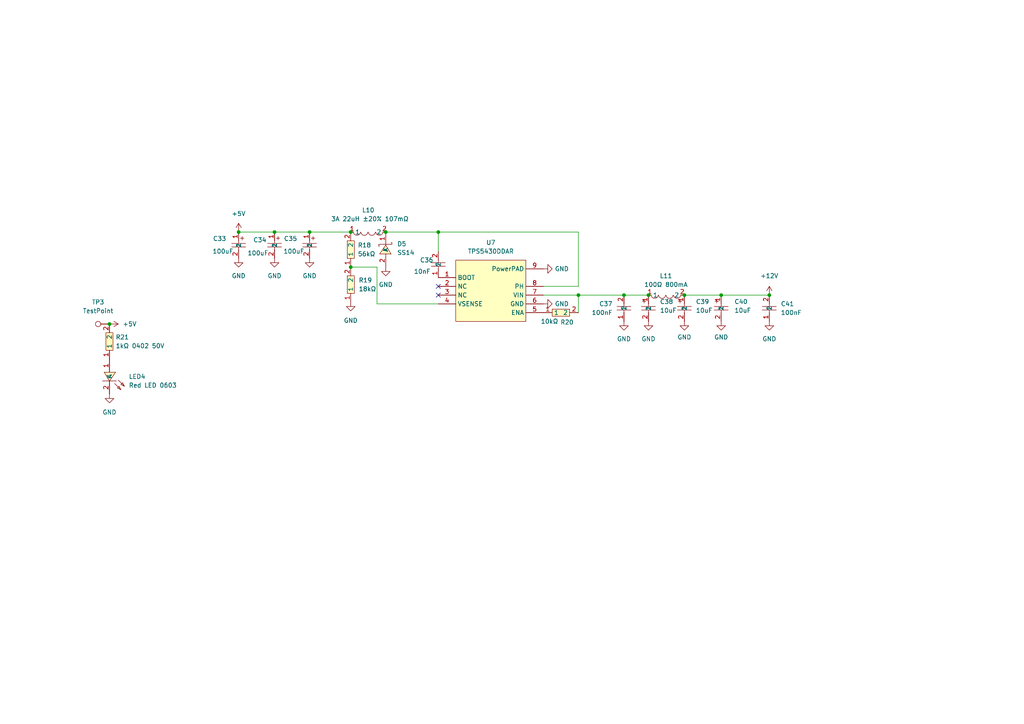
<source format=kicad_sch>
(kicad_sch (version 20211123) (generator eeschema)
  (paper "A4")
  (lib_symbols
    (symbol "Connector:TestPoint" (pin_numbers hide) (pin_names (offset 0.762) hide)
      (property "Reference" "TP" (at 0 6.858 0))
      (property "Value" "TestPoint" (at 0 5.08 0))
      (symbol "TestPoint_0_1"
        (circle (center 0 3.302) (radius 0.762))
      )
      (symbol "TestPoint_1_1"
        (pin passive line (at 0 0 90) (length 2.54) (name "1") (number "1"))
      )
    )
    (symbol "easyeda2kicad: 3A 22uH ±20% 107mΩ"
      (property "Reference" "L" (at 0 5.08 0))
      (property "Value" " 3A 22uH ±20% 107mΩ" (at 0 -5.08 0))
      (symbol " 3A 22uH ±20% 107mΩ_0_1"
        (arc (start -4.29 -0.02) (mid -2.81 -1.01) (end -2.27 -0.02))
        (arc (start -2.13 -0.02) (mid -0.66 -1.01) (end -0.11 -0.02))
        (arc (start 0.02 -0.02) (mid 1.49 -1.01) (end 2.04 -0.02))
        (arc (start 2.21 -0.02) (mid 3.68 -1.01) (end 4.23 -0.02))
        (pin unspecified line (at -5.08 0 0) (length 0.762) (name "1") (number "1"))
        (pin unspecified line (at 5.08 0 180) (length 0.762) (name "2") (number "2"))
      )
    )
    (symbol "easyeda2kicad:100uF 6.3V Tantal 3528"
      (property "Reference" "C" (at 0 5.08 0))
      (property "Value" "100uF 6.3V Tantal 3528" (at 0 -5.08 0))
      (symbol "100uF 6.3V Tantal 3528_0_1"
        (polyline (pts (xy -0.51 0) (xy -1.27 0)))
        (polyline (pts (xy -0.51 2.03) (xy -0.51 -2.03)))
        (polyline (pts (xy 0.51 2.03) (xy 0.51 -2.03)))
        (polyline (pts (xy 1.27 0) (xy 0.51 0)))
        (polyline (pts (xy 2.03 1.52) (xy 2.03 0.51)))
        (polyline (pts (xy 2.54 1.02) (xy 1.52 1.02)))
        (pin input line (at 3.81 0 180) (length 2.54) (name "1") (number "1"))
        (pin input line (at -3.81 0 0) (length 2.54) (name "2") (number "2"))
      )
    )
    (symbol "easyeda2kicad:100Ω 800mA"
      (property "Reference" "L" (at 0 5.08 0))
      (property "Value" "100Ω 800mA" (at 0 -5.08 0))
      (symbol "100Ω 800mA_0_1"
        (arc (start -4.29 -0.02) (mid -2.52 -0.79) (end -2.27 -0.02))
        (arc (start -2.13 -0.02) (mid -0.36 -0.79) (end -0.11 -0.02))
        (arc (start 0.02 -0.02) (mid 1.79 -0.79) (end 2.04 -0.02))
        (arc (start 2.21 -0.02) (mid 3.3 -1.12) (end 4.23 -0.02))
        (pin unspecified line (at -5.08 0 0) (length 0.762) (name "1") (number "1"))
        (pin unspecified line (at 5.08 0 180) (length 0.762) (name "2") (number "2"))
      )
    )
    (symbol "easyeda2kicad:10kΩ 0402 50V"
      (property "Reference" "R" (at 0 5.08 0))
      (property "Value" "10kΩ 0402 50V" (at 0 -5.08 0))
      (symbol "10kΩ 0402 50V_0_1"
        (rectangle (start -2.54 1.02) (end 2.54 -1.02) (fill (type background)))
        (pin input line (at -5.08 0 0) (length 2.54) (name "1") (number "1"))
        (pin input line (at 5.08 0 180) (length 2.54) (name "2") (number "2"))
      )
    )
    (symbol "easyeda2kicad:10uF 16V Tantal 3216"
      (property "Reference" "C" (at 0 5.08 0))
      (property "Value" "10uF 16V Tantal 3216" (at 0 -5.08 0))
      (symbol "10uF 16V Tantal 3216_0_1"
        (polyline (pts (xy -0.51 -2.03) (xy -0.51 2.03)))
        (polyline (pts (xy -0.51 0) (xy -1.27 0)))
        (polyline (pts (xy 0.51 -2.03) (xy 0.51 2.03)))
        (polyline (pts (xy 1.27 0) (xy 0.51 0)))
        (polyline (pts (xy 1.52 1.27) (xy 2.54 1.27)))
        (polyline (pts (xy 2.03 1.78) (xy 2.03 0.76)))
        (pin input line (at 3.81 0 180) (length 2.54) (name "1") (number "1"))
        (pin input line (at -3.81 0 0) (length 2.54) (name "2") (number "2"))
      )
    )
    (symbol "easyeda2kicad:16V 100nF X7R ±10% 0402"
      (property "Reference" "C" (at 0 5.08 0))
      (property "Value" "16V 100nF X7R ±10% 0402" (at 0 -5.08 0))
      (symbol "16V 100nF X7R ±10% 0402_0_1"
        (polyline (pts (xy -1.27 0) (xy -0.51 0)))
        (polyline (pts (xy -0.51 2.03) (xy -0.51 -2.03)))
        (polyline (pts (xy 0.51 0) (xy 1.27 0)))
        (polyline (pts (xy 0.51 2.03) (xy 0.51 -2.03)))
        (pin input line (at -3.81 0 0) (length 2.54) (name "1") (number "1"))
        (pin input line (at 3.81 0 180) (length 2.54) (name "2") (number "2"))
      )
    )
    (symbol "easyeda2kicad:18kΩ 0402 50V"
      (property "Reference" "R" (at 0 5.08 0))
      (property "Value" "18kΩ 0402 50V" (at 0 -5.08 0))
      (symbol "18kΩ 0402 50V_0_1"
        (rectangle (start -2.54 1.02) (end 2.54 -1.02) (fill (type background)))
        (pin input line (at -5.08 0 0) (length 2.54) (name "1") (number "1"))
        (pin input line (at 5.08 0 180) (length 2.54) (name "2") (number "2"))
      )
    )
    (symbol "easyeda2kicad:1kΩ 0402 50V"
      (property "Reference" "R" (at 0 5.08 0))
      (property "Value" "1kΩ 0402 50V" (at 0 -5.08 0))
      (symbol "1kΩ 0402 50V_0_1"
        (rectangle (start -2.54 1.02) (end 2.54 -1.02) (fill (type background)))
        (pin input line (at -5.08 0 0) (length 2.54) (name "1") (number "1"))
        (pin input line (at 5.08 0 180) (length 2.54) (name "2") (number "2"))
      )
    )
    (symbol "easyeda2kicad:50V 10nF X7R ±10% 0402"
      (property "Reference" "C" (at 0 5.08 0))
      (property "Value" "50V 10nF X7R ±10% 0402" (at 0 -5.08 0))
      (symbol "50V 10nF X7R ±10% 0402_0_1"
        (polyline (pts (xy -1.27 0) (xy -0.51 0)))
        (polyline (pts (xy -0.51 2.03) (xy -0.51 -2.03)))
        (polyline (pts (xy 0.51 0) (xy 1.27 0)))
        (polyline (pts (xy 0.51 2.03) (xy 0.51 -2.03)))
        (pin input line (at -3.81 0 0) (length 2.54) (name "1") (number "1"))
        (pin input line (at 3.81 0 180) (length 2.54) (name "2") (number "2"))
      )
    )
    (symbol "easyeda2kicad:56kΩ 0402 50V"
      (property "Reference" "R" (at 0 5.08 0))
      (property "Value" "56kΩ 0402 50V" (at 0 -5.08 0))
      (symbol "56kΩ 0402 50V_0_1"
        (rectangle (start -2.54 1.02) (end 2.54 -1.02) (fill (type background)))
        (pin input line (at -5.08 0 0) (length 2.54) (name "1") (number "1"))
        (pin input line (at 5.08 0 180) (length 2.54) (name "2") (number "2"))
      )
    )
    (symbol "easyeda2kicad:Red LED 0603"
      (property "Reference" "LED" (at 0 6.35 0))
      (property "Value" "Red LED 0603" (at 0 -3.81 0))
      (symbol "Red LED 0603_0_1"
        (polyline (pts (xy -2.03 -0.25) (xy -3.81 -2.03)))
        (polyline (pts (xy -1.27 -0.76) (xy -1.27 3.3)))
        (polyline (pts (xy -1.02 -1.27) (xy -2.79 -3.05)))
        (polyline (pts (xy -3.81 -2.03) (xy -2.79 -1.52) (xy -3.3 -1.02) (xy -3.81 -2.03)) (fill (type background)))
        (polyline (pts (xy -2.79 -3.05) (xy -1.78 -2.54) (xy -2.29 -2.03) (xy -2.79 -3.05)) (fill (type background)))
        (polyline (pts (xy 1.27 2.79) (xy -1.27 1.27) (xy 1.27 -0.51) (xy 1.27 2.79)) (fill (type background)))
        (pin unspecified line (at 5.08 1.27 180) (length 3.81) (name "A") (number "1"))
        (pin unspecified line (at -5.08 1.27 0) (length 3.81) (name "K") (number "2"))
      )
    )
    (symbol "easyeda2kicad:SS14"
      (property "Reference" "D" (at 0 5.08 0))
      (property "Value" "SS14" (at 0 -5.08 0))
      (symbol "SS14_0_1"
        (polyline (pts (xy 1.27 1.52) (xy -1.27 0) (xy 1.27 -1.78) (xy 1.27 1.52)) (fill (type background)))
        (polyline (pts (xy -2.03 1.52) (xy -2.03 1.78) (xy -1.52 1.78) (xy -1.52 -2.03) (xy -1.02 -2.03) (xy -1.02 -1.78)))
        (pin unspecified line (at -5.08 0 0) (length 3.81) (name "K") (number "1"))
        (pin unspecified line (at 5.08 0 180) (length 3.81) (name "A") (number "2"))
      )
    )
    (symbol "easyeda2kicad:TPS5430DDAR"
      (property "Reference" "U" (at 0 11.43 0))
      (property "Value" "TPS5430DDAR" (at 0 -11.43 0))
      (symbol "TPS5430DDAR_0_1"
        (rectangle (start -10.16 8.89) (end 10.16 -8.89) (fill (type background)))
        (pin unspecified line (at -15.24 3.81 0) (length 5.08) (name "BOOT") (number "1"))
        (pin unspecified line (at -15.24 1.27 0) (length 5.08) (name "NC") (number "2"))
        (pin unspecified line (at -15.24 -1.27 0) (length 5.08) (name "NC") (number "3"))
        (pin unspecified line (at -15.24 -3.81 0) (length 5.08) (name "VSENSE") (number "4"))
        (pin unspecified line (at 15.24 -6.35 180) (length 5.08) (name "ENA") (number "5"))
        (pin unspecified line (at 15.24 -3.81 180) (length 5.08) (name "GND") (number "6"))
        (pin unspecified line (at 15.24 -1.27 180) (length 5.08) (name "VIN") (number "7"))
        (pin unspecified line (at 15.24 1.27 180) (length 5.08) (name "PH") (number "8"))
        (pin unspecified line (at 15.24 6.35 180) (length 5.08) (name "PowerPAD") (number "9"))
      )
    )
    (symbol "power:+12V" (power) (pin_names (offset 0))
      (property "Value" "+12V" (at 0 3.556 0))
      (symbol "+12V_0_1"
        (polyline (pts (xy -0.762 1.27) (xy 0 2.54)))
        (polyline (pts (xy 0 0) (xy 0 2.54)))
        (polyline (pts (xy 0 2.54) (xy 0.762 1.27)))
      )
      (symbol "+12V_1_1"
        (pin power_in line (at 0 0 90) (length 0) hide (name "+12V") (number "1"))
      )
    )
    (symbol "power:+5V" (power) (pin_names (offset 0))
      (property "Value" "+5V" (at 0 3.556 0))
      (symbol "+5V_0_1"
        (polyline (pts (xy -0.762 1.27) (xy 0 2.54)))
        (polyline (pts (xy 0 0) (xy 0 2.54)))
        (polyline (pts (xy 0 2.54) (xy 0.762 1.27)))
      )
      (symbol "+5V_1_1"
        (pin power_in line (at 0 0 90) (length 0) hide (name "+5V") (number "1"))
      )
    )
    (symbol "power:GND" (power) (pin_names (offset 0))
      (property "Value" "GND" (at 0 -3.81 0))
      (symbol "GND_0_1"
        (polyline (pts (xy 0 0) (xy 0 -1.27) (xy 1.27 -1.27) (xy 0 -2.54) (xy -1.27 -1.27) (xy 0 -1.27)))
      )
      (symbol "GND_1_1"
        (pin power_in line (at 0 0 270) (length 0) hide (name "GND") (number "1"))
      )
    )
  )
  (junction (at 198.501 85.598))
  (junction (at 180.975 85.598))
  (junction (at 188.087 85.598))
  (junction (at 101.727 77.47))
  (junction (at 167.767 85.598))
  (junction (at 79.629 67.31))
  (junction (at 111.887 67.31))
  (junction (at 69.215 67.31))
  (junction (at 101.727 67.31))
  (junction (at 31.75 93.98))
  (junction (at 209.169 85.598))
  (junction (at 127.127 67.31))
  (junction (at 89.789 67.31))
  (junction (at 223.139 85.598))
  (no_connect (at 127.127 83.058))
  (no_connect (at 127.127 85.598))
  (wire (pts (xy 167.767 85.598) (xy 180.975 85.598)))
  (wire (pts (xy 111.887 67.31) (xy 127.127 67.31)))
  (wire (pts (xy 109.347 88.138) (xy 109.347 77.47)))
  (wire (pts (xy 127.127 88.138) (xy 109.347 88.138)))
  (wire (pts (xy 180.975 85.598) (xy 188.087 85.598)))
  (wire (pts (xy 127.127 72.898) (xy 127.127 67.31)))
  (wire (pts (xy 167.767 83.058) (xy 157.607 83.058)))
  (wire (pts (xy 167.767 85.598) (xy 157.607 85.598)))
  (wire (pts (xy 109.347 77.47) (xy 101.727 77.47)))
  (wire (pts (xy 167.767 90.678) (xy 167.767 85.598)))
  (wire (pts (xy 79.629 67.31) (xy 89.789 67.31)))
  (wire (pts (xy 198.501 85.598) (xy 209.169 85.598)))
  (wire (pts (xy 198.247 85.598) (xy 198.501 85.598)))
  (wire (pts (xy 69.215 67.31) (xy 79.629 67.31)))
  (wire (pts (xy 167.767 67.31) (xy 167.767 83.058)))
  (wire (pts (xy 89.789 67.31) (xy 101.727 67.31)))
  (wire (pts (xy 209.169 85.598) (xy 223.139 85.598)))
  (wire (pts (xy 127.127 67.31) (xy 167.767 67.31)))
  (symbol (lib_id "power:+5V") (at 31.75 93.98 270) (unit 1)
    (property "Reference" "#PWR0171" (effects hide))
    (property "Value" "+5V" (at 35.56 93.9799 90) (effects (justify left)))
  )
  (symbol (lib_id "power:GND") (at 198.501 93.218 0) (unit 1)
    (property "Reference" "#PWR0174" (effects hide))
    (property "Value" "GND" (at 198.501 97.79 0))
  )
  (symbol (lib_id "easyeda2kicad: 3A 22uH ±20% 107mΩ") (at 106.807 67.31 0) (unit 1)
    (property "Reference" "L10" (at 106.807 60.96 0))
    (property "Value" " 3A 22uH ±20% 107mΩ" (at 106.807 63.5 0))
    (property "Footprint" "easyeda2kicad:IND-SMD_L7.3-W6.6" (effects hide))
    (property "Datasheet" "https://lcsc.com/product-detail/Power-Inductors_YJYCOIN-YSPI0740-220M_C718397.html" (effects hide))
    (property "Manufacturer" "YJYCOIN(益嘉源)" (effects hide))
    (property "LCSC Part" "C718397" (effects hide))
    (property "JLC Part" "Extended Part" (effects hide))
  )
  (symbol (lib_id "easyeda2kicad:100uF 6.3V Tantal 3528") (at 89.789 71.12 270) (mirror x) (unit 1)
    (property "Reference" "C35" (at 86.233 69.2149 90) (effects (justify right)))
    (property "Value" "100uF" (at 88.265 72.898 90) (effects (justify right)))
    (property "Footprint" "easyeda2kicad:CAP-SMD_L3.5-W2.8" (effects hide))
    (property "Datasheet" "https://lcsc.com/product-detail/Tantalum-Capacitors_AVX_TAJB107K006RNJ_100uF-107-10-6-3V_C16133.html" (effects hide))
    (property "Manufacturer" "Kyocera AVX" (effects hide))
    (property "LCSC Part" "C16133" (effects hide))
    (property "JLC Part" "Basic Part" (effects hide))
  )
  (symbol (lib_id "easyeda2kicad:TPS5430DDAR") (at 142.367 84.328 0) (unit 1)
    (property "Reference" "U7" (at 142.367 70.358 0))
    (property "Value" "TPS5430DDAR" (at 142.367 72.898 0))
    (property "Footprint" "easyeda2kicad:ESOP-8_L4.9-W3.9-P1.27-LS6.0-TL-EP" (effects hide))
    (property "Datasheet" "https://lcsc.com/product-detail/DC-DC-Converters_TI_TPS5430DDAR_TPS5430DDAR_C9864.html" (effects hide))
    (property "Manufacturer" "TI(德州仪器)" (effects hide))
    (property "LCSC Part" "C9864" (effects hide))
    (property "JLC Part" "Basic Part" (effects hide))
  )
  (symbol (lib_id "power:+12V") (at 223.139 85.598 0) (unit 1)
    (property "Reference" "#PWR0176" (effects hide))
    (property "Value" "+12V" (at 223.139 80.01 0))
  )
  (symbol (lib_id "power:GND") (at 180.975 93.218 0) (mirror y) (unit 1)
    (property "Reference" "#PWR0180" (effects hide))
    (property "Value" "GND" (at 180.975 98.298 0))
  )
  (symbol (lib_id "Connector:TestPoint") (at 31.75 93.98 90) (unit 1)
    (property "Reference" "TP3" (at 28.448 87.63 90))
    (property "Value" "TestPoint" (at 28.448 90.17 90))
  )
  (symbol (lib_id "easyeda2kicad:16V 100nF X7R ±10% 0402") (at 223.139 89.408 90) (unit 1)
    (property "Reference" "C41" (at 226.441 88.1379 90) (effects (justify right)))
    (property "Value" "100nF" (at 226.441 90.6779 90) (effects (justify right)))
    (property "Footprint" "easyeda2kicad:C0402_NEW" (effects hide))
    (property "Datasheet" "https://lcsc.com/product-detail/Multilayer-Ceramic-Capacitors-MLCC-SMD-SMT_SAMSUNG_CL05B104KO5NNNC_100nF-104-10-16V_C1525.html" (effects hide))
    (property "Manufacturer" "SAMSUNG(三星)" (effects hide))
    (property "LCSC Part" "C1525" (effects hide))
    (property "JLC Part" "Basic Part" (effects hide))
  )
  (symbol (lib_id "power:+5V") (at 69.215 67.31 0) (unit 1)
    (property "Reference" "#PWR0166" (effects hide))
    (property "Value" "+5V" (at 69.215 61.976 0))
  )
  (symbol (lib_id "power:GND") (at 111.887 77.47 0) (unit 1)
    (property "Reference" "#PWR0167" (effects hide))
    (property "Value" "GND" (at 111.887 82.55 0))
  )
  (symbol (lib_id "power:GND") (at 188.087 93.218 0) (unit 1)
    (property "Reference" "#PWR0181" (effects hide))
    (property "Value" "GND" (at 188.087 98.298 0))
  )
  (symbol (lib_id "power:GND") (at 209.169 93.218 0) (unit 1)
    (property "Reference" "#PWR0175" (effects hide))
    (property "Value" "GND" (at 209.169 97.79 0))
  )
  (symbol (lib_id "easyeda2kicad:10kΩ 0402 50V") (at 162.687 90.678 0) (unit 1)
    (property "Reference" "R20" (at 164.465 93.472 0))
    (property "Value" "10kΩ" (at 159.385 93.218 0))
    (property "Footprint" "easyeda2kicad:R0402" (effects hide))
    (property "Datasheet" "https://lcsc.com/product-detail/Chip-Resistor-Surface-Mount-UniOhm_10KR-1002-1_C25744.html" (effects hide))
    (property "Manufacturer" "UNI-ROYAL(厚声)" (effects hide))
    (property "LCSC Part" "C25744" (effects hide))
    (property "JLC Part" "Basic Part" (effects hide))
  )
  (symbol (lib_id "power:GND") (at 69.215 74.93 0) (unit 1)
    (property "Reference" "#PWR0172" (effects hide))
    (property "Value" "GND" (at 69.215 80.01 0))
  )
  (symbol (lib_id "power:GND") (at 101.727 87.63 0) (unit 1)
    (property "Reference" "#PWR0168" (effects hide))
    (property "Value" "GND" (at 101.727 92.964 0))
  )
  (symbol (lib_id "easyeda2kicad:1kΩ 0402 50V") (at 31.75 99.06 90) (unit 1)
    (property "Reference" "R21" (at 33.528 97.7899 90) (effects (justify right)))
    (property "Value" "1kΩ 0402 50V" (at 33.528 100.3299 90) (effects (justify right)))
    (property "Footprint" "easyeda2kicad:R0402" (effects hide))
    (property "Datasheet" "https://lcsc.com/product-detail/Chip-Resistor-Surface-Mount-UniOhm_1KR-1001-1_C11702.html" (effects hide))
    (property "Manufacturer" "UNI-ROYAL(厚声)" (effects hide))
    (property "LCSC Part" "C11702" (effects hide))
    (property "JLC Part" "Basic Part" (effects hide))
  )
  (symbol (lib_id "easyeda2kicad:100Ω 800mA") (at 193.167 85.598 0) (unit 1)
    (property "Reference" "L11" (at 193.167 80.01 0))
    (property "Value" "100Ω 800mA" (at 193.167 82.55 0))
    (property "Footprint" "easyeda2kicad:L0805" (effects hide))
    (property "Datasheet" "https://lcsc.com/product-detail/Ferrite-Beads-And-Chips_100R-25-100MHz_C1015.html" (effects hide))
    (property "Manufacturer" "Sunlord(顺络)" (effects hide))
    (property "LCSC Part" "C1015" (effects hide))
    (property "JLC Part" "Basic Part" (effects hide))
  )
  (symbol (lib_id "easyeda2kicad:16V 100nF X7R ±10% 0402") (at 180.975 89.408 270) (mirror x) (unit 1)
    (property "Reference" "C37" (at 177.673 88.1379 90) (effects (justify right)))
    (property "Value" "100nF" (at 177.673 90.6779 90) (effects (justify right)))
    (property "Footprint" "easyeda2kicad:C0402_NEW" (effects hide))
    (property "Datasheet" "https://lcsc.com/product-detail/Multilayer-Ceramic-Capacitors-MLCC-SMD-SMT_SAMSUNG_CL05B104KO5NNNC_100nF-104-10-16V_C1525.html" (effects hide))
    (property "Manufacturer" "SAMSUNG(三星)" (effects hide))
    (property "LCSC Part" "C1525" (effects hide))
    (property "JLC Part" "Basic Part" (effects hide))
  )
  (symbol (lib_id "easyeda2kicad:56kΩ 0402 50V") (at 101.727 72.39 90) (unit 1)
    (property "Reference" "R18" (at 103.759 71.1199 90) (effects (justify right)))
    (property "Value" "56kΩ" (at 103.759 73.6599 90) (effects (justify right)))
    (property "Footprint" "easyeda2kicad:R0402" (effects hide))
    (property "Datasheet" "https://lcsc.com/product-detail/Chip-Resistor-Surface-Mount-UniOhm_56KR-5602-1_C25796.html" (effects hide))
    (property "Manufacturer" "UNI-ROYAL(厚声)" (effects hide))
    (property "LCSC Part" "C25796" (effects hide))
    (property "JLC Part" "Basic Part" (effects hide))
  )
  (symbol (lib_id "power:GND") (at 157.607 88.138 90) (unit 1)
    (property "Reference" "#PWR0179" (effects hide))
    (property "Value" "GND" (at 160.909 88.1379 90) (effects (justify right)))
  )
  (symbol (lib_id "power:GND") (at 31.75 114.3 0) (unit 1)
    (property "Reference" "#PWR0170" (effects hide))
    (property "Value" "GND" (at 31.75 119.5832 0))
  )
  (symbol (lib_id "power:GND") (at 89.789 74.93 0) (unit 1)
    (property "Reference" "#PWR0169" (effects hide))
    (property "Value" "GND" (at 89.789 80.01 0))
  )
  (symbol (lib_id "easyeda2kicad:10uF 16V Tantal 3216") (at 198.501 89.408 90) (unit 1)
    (property "Reference" "C39" (at 201.803 87.5029 90) (effects (justify right)))
    (property "Value" "10uF " (at 201.803 90.0429 90) (effects (justify right)))
    (property "Footprint" "easyeda2kicad:CAP-SMD_L3.2-W1.6-RD-C7171" (effects hide))
    (property "Datasheet" "https://lcsc.com/product-detail/Tantalum-Capacitors_AVX_TAJA106K016RNJ_10uF-106-10-16V_C7171.html" (effects hide))
    (property "Manufacturer" "Kyocera AVX" (effects hide))
    (property "LCSC Part" "C7171" (effects hide))
    (property "JLC Part" "Basic Part" (effects hide))
  )
  (symbol (lib_id "easyeda2kicad:18kΩ 0402 50V") (at 101.727 82.55 90) (unit 1)
    (property "Reference" "R19" (at 104.013 81.2799 90) (effects (justify right)))
    (property "Value" "18kΩ" (at 104.013 83.8199 90) (effects (justify right)))
    (property "Footprint" "easyeda2kicad:R0402" (effects hide))
    (property "Datasheet" "https://lcsc.com/product-detail/Chip-Resistor-Surface-Mount-UniOhm_18KR-1802-1_C25762.html" (effects hide))
    (property "Manufacturer" "UNI-ROYAL(厚声)" (effects hide))
    (property "LCSC Part" "C25762" (effects hide))
    (property "JLC Part" "Basic Part" (effects hide))
  )
  (symbol (lib_id "easyeda2kicad:100uF 6.3V Tantal 3528") (at 79.629 71.12 270) (mirror x) (unit 1)
    (property "Reference" "C34" (at 77.343 69.596 90) (effects (justify right)))
    (property "Value" "100uF" (at 77.851 73.406 90) (effects (justify right)))
    (property "Footprint" "easyeda2kicad:CAP-SMD_L3.5-W2.8" (effects hide))
    (property "Datasheet" "https://lcsc.com/product-detail/Tantalum-Capacitors_AVX_TAJB107K006RNJ_100uF-107-10-6-3V_C16133.html" (effects hide))
    (property "Manufacturer" "Kyocera AVX" (effects hide))
    (property "LCSC Part" "C16133" (effects hide))
    (property "JLC Part" "Basic Part" (effects hide))
  )
  (symbol (lib_id "easyeda2kicad:50V 10nF X7R ±10% 0402") (at 127.127 76.708 90) (unit 1)
    (property "Reference" "C36" (at 121.793 75.438 90) (effects (justify right)))
    (property "Value" "10nF" (at 120.015 78.74 90) (effects (justify right)))
    (property "Footprint" "easyeda2kicad:C0402" (effects hide))
    (property "Datasheet" "https://lcsc.com/product-detail/Multilayer-Ceramic-Capacitors-MLCC-SMD-SMT_SAMSUNG_CL05B103KB5NNNC_10nF-103-10-50V_C15195.html" (effects hide))
    (property "Manufacturer" "SAMSUNG(三星)" (effects hide))
    (property "LCSC Part" "C15195" (effects hide))
    (property "JLC Part" "Basic Part" (effects hide))
  )
  (symbol (lib_id "easyeda2kicad:Red LED 0603") (at 33.02 109.22 90) (unit 1)
    (property "Reference" "LED4" (at 37.338 109.2199 90) (effects (justify right)))
    (property "Value" "Red LED 0603" (at 37.338 111.7599 90) (effects (justify right)))
    (property "Footprint" "easyeda2kicad:LED0603-R-RD" (effects hide))
    (property "Datasheet" "https://lcsc.com/product-detail/Light-Emitting-Diodes-LED_Red-LED-0603_C2286.html" (effects hide))
    (property "LCSC Part" "C2286" (effects hide))
    (property "JLC Part" "Basic Part" (effects hide))
  )
  (symbol (lib_id "power:GND") (at 79.629 74.93 0) (unit 1)
    (property "Reference" "#PWR0173" (effects hide))
    (property "Value" "GND" (at 79.629 80.01 0))
  )
  (symbol (lib_id "power:GND") (at 157.607 77.978 90) (unit 1)
    (property "Reference" "#PWR0178" (effects hide))
    (property "Value" "GND" (at 160.909 77.9779 90) (effects (justify right)))
  )
  (symbol (lib_id "easyeda2kicad:SS14") (at 111.887 72.39 270) (unit 1)
    (property "Reference" "D5" (at 115.189 70.7399 90) (effects (justify left)))
    (property "Value" "SS14" (at 115.189 73.2799 90) (effects (justify left)))
    (property "Footprint" "easyeda2kicad:SMA_L4.2-W2.6-LS5.3-RD" (effects hide))
    (property "Datasheet" "https://lcsc.com/product-detail/Schottky-Barrier-Diodes-SBD_SS14_C2480.html" (effects hide))
    (property "Manufacturer" "MDD" (effects hide))
    (property "LCSC Part" "C2480" (effects hide))
    (property "JLC Part" "Basic Part" (effects hide))
  )
  (symbol (lib_id "easyeda2kicad:10uF 16V Tantal 3216") (at 188.087 89.408 90) (unit 1)
    (property "Reference" "C38" (at 191.389 87.5029 90) (effects (justify right)))
    (property "Value" "10uF " (at 191.389 90.0429 90) (effects (justify right)))
    (property "Footprint" "easyeda2kicad:CAP-SMD_L3.2-W1.6-RD-C7171" (effects hide))
    (property "Datasheet" "https://lcsc.com/product-detail/Tantalum-Capacitors_AVX_TAJA106K016RNJ_10uF-106-10-16V_C7171.html" (effects hide))
    (property "Manufacturer" "Kyocera AVX" (effects hide))
    (property "LCSC Part" "C7171" (effects hide))
    (property "JLC Part" "Basic Part" (effects hide))
  )
  (symbol (lib_id "power:GND") (at 223.139 93.218 0) (unit 1)
    (property "Reference" "#PWR0177" (effects hide))
    (property "Value" "GND" (at 223.139 98.298 0))
  )
  (symbol (lib_id "easyeda2kicad:100uF 6.3V Tantal 3528") (at 69.215 71.12 270) (mirror x) (unit 1)
    (property "Reference" "C33" (at 65.659 69.2149 90) (effects (justify right)))
    (property "Value" "100uF" (at 67.691 72.898 90) (effects (justify right)))
    (property "Footprint" "easyeda2kicad:CAP-SMD_L3.5-W2.8" (effects hide))
    (property "Datasheet" "https://lcsc.com/product-detail/Tantalum-Capacitors_AVX_TAJB107K006RNJ_100uF-107-10-6-3V_C16133.html" (effects hide))
    (property "Manufacturer" "Kyocera AVX" (effects hide))
    (property "LCSC Part" "C16133" (effects hide))
    (property "JLC Part" "Basic Part" (effects hide))
  )
  (symbol (lib_id "easyeda2kicad:10uF 16V Tantal 3216") (at 209.169 89.408 90) (unit 1)
    (property "Reference" "C40" (at 212.979 87.5029 90) (effects (justify right)))
    (property "Value" "10uF " (at 212.979 90.0429 90) (effects (justify right)))
    (property "Footprint" "easyeda2kicad:CAP-SMD_L3.2-W1.6-RD-C7171" (effects hide))
    (property "Datasheet" "https://lcsc.com/product-detail/Tantalum-Capacitors_AVX_TAJA106K016RNJ_10uF-106-10-16V_C7171.html" (effects hide))
    (property "Manufacturer" "Kyocera AVX" (effects hide))
    (property "LCSC Part" "C7171" (effects hide))
    (property "JLC Part" "Basic Part" (effects hide))
  )
)
</source>
